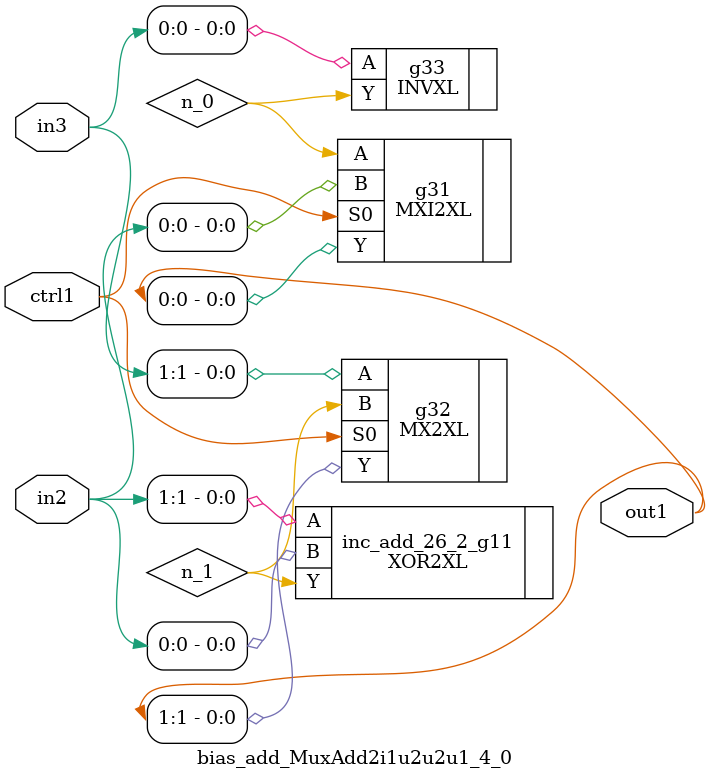
<source format=v>
`timescale 1ps / 1ps


module bias_add_MuxAdd2i1u2u2u1_4_0(in3, in2, ctrl1, out1);
  input [1:0] in3, in2;
  input ctrl1;
  output [1:0] out1;
  wire [1:0] in3, in2;
  wire ctrl1;
  wire [1:0] out1;
  wire n_0, n_1;
  MXI2XL g31(.A (n_0), .B (in2[0]), .S0 (ctrl1), .Y (out1[0]));
  MX2XL g32(.A (in3[1]), .B (n_1), .S0 (ctrl1), .Y (out1[1]));
  INVXL g33(.A (in3[0]), .Y (n_0));
  XOR2XL inc_add_26_2_g11(.A (in2[1]), .B (in2[0]), .Y (n_1));
endmodule



</source>
